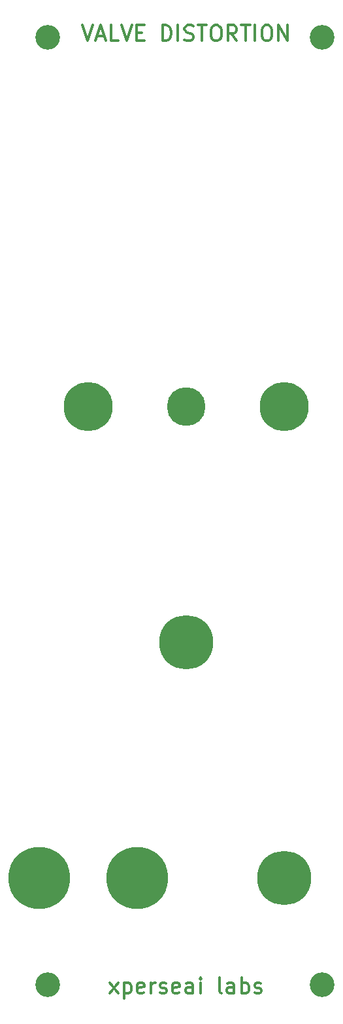
<source format=gbr>
%TF.GenerationSoftware,KiCad,Pcbnew,(6.0.5)*%
%TF.CreationDate,2023-01-21T13:23:26-05:00*%
%TF.ProjectId,valve_distortion,76616c76-655f-4646-9973-746f7274696f,rev?*%
%TF.SameCoordinates,Original*%
%TF.FileFunction,Soldermask,Top*%
%TF.FilePolarity,Negative*%
%FSLAX46Y46*%
G04 Gerber Fmt 4.6, Leading zero omitted, Abs format (unit mm)*
G04 Created by KiCad (PCBNEW (6.0.5)) date 2023-01-21 13:23:26*
%MOMM*%
%LPD*%
G01*
G04 APERTURE LIST*
%ADD10C,0.300000*%
%ADD11C,6.350000*%
%ADD12C,8.000000*%
%ADD13C,3.200000*%
%ADD14C,7.000000*%
%ADD15C,5.000000*%
G04 APERTURE END LIST*
D10*
X63551428Y-40124761D02*
X64218095Y-42124761D01*
X64884761Y-40124761D01*
X65456190Y-41553333D02*
X66408571Y-41553333D01*
X65265714Y-42124761D02*
X65932380Y-40124761D01*
X66599047Y-42124761D01*
X68218095Y-42124761D02*
X67265714Y-42124761D01*
X67265714Y-40124761D01*
X68599047Y-40124761D02*
X69265714Y-42124761D01*
X69932380Y-40124761D01*
X70599047Y-41077142D02*
X71265714Y-41077142D01*
X71551428Y-42124761D02*
X70599047Y-42124761D01*
X70599047Y-40124761D01*
X71551428Y-40124761D01*
X73932380Y-42124761D02*
X73932380Y-40124761D01*
X74408571Y-40124761D01*
X74694285Y-40220000D01*
X74884761Y-40410476D01*
X74980000Y-40600952D01*
X75075238Y-40981904D01*
X75075238Y-41267619D01*
X74980000Y-41648571D01*
X74884761Y-41839047D01*
X74694285Y-42029523D01*
X74408571Y-42124761D01*
X73932380Y-42124761D01*
X75932380Y-42124761D02*
X75932380Y-40124761D01*
X76789523Y-42029523D02*
X77075238Y-42124761D01*
X77551428Y-42124761D01*
X77741904Y-42029523D01*
X77837142Y-41934285D01*
X77932380Y-41743809D01*
X77932380Y-41553333D01*
X77837142Y-41362857D01*
X77741904Y-41267619D01*
X77551428Y-41172380D01*
X77170476Y-41077142D01*
X76980000Y-40981904D01*
X76884761Y-40886666D01*
X76789523Y-40696190D01*
X76789523Y-40505714D01*
X76884761Y-40315238D01*
X76980000Y-40220000D01*
X77170476Y-40124761D01*
X77646666Y-40124761D01*
X77932380Y-40220000D01*
X78503809Y-40124761D02*
X79646666Y-40124761D01*
X79075238Y-42124761D02*
X79075238Y-40124761D01*
X80694285Y-40124761D02*
X81075238Y-40124761D01*
X81265714Y-40220000D01*
X81456190Y-40410476D01*
X81551428Y-40791428D01*
X81551428Y-41458095D01*
X81456190Y-41839047D01*
X81265714Y-42029523D01*
X81075238Y-42124761D01*
X80694285Y-42124761D01*
X80503809Y-42029523D01*
X80313333Y-41839047D01*
X80218095Y-41458095D01*
X80218095Y-40791428D01*
X80313333Y-40410476D01*
X80503809Y-40220000D01*
X80694285Y-40124761D01*
X83551428Y-42124761D02*
X82884761Y-41172380D01*
X82408571Y-42124761D02*
X82408571Y-40124761D01*
X83170476Y-40124761D01*
X83360952Y-40220000D01*
X83456190Y-40315238D01*
X83551428Y-40505714D01*
X83551428Y-40791428D01*
X83456190Y-40981904D01*
X83360952Y-41077142D01*
X83170476Y-41172380D01*
X82408571Y-41172380D01*
X84122857Y-40124761D02*
X85265714Y-40124761D01*
X84694285Y-42124761D02*
X84694285Y-40124761D01*
X85932380Y-42124761D02*
X85932380Y-40124761D01*
X87265714Y-40124761D02*
X87646666Y-40124761D01*
X87837142Y-40220000D01*
X88027619Y-40410476D01*
X88122857Y-40791428D01*
X88122857Y-41458095D01*
X88027619Y-41839047D01*
X87837142Y-42029523D01*
X87646666Y-42124761D01*
X87265714Y-42124761D01*
X87075238Y-42029523D01*
X86884761Y-41839047D01*
X86789523Y-41458095D01*
X86789523Y-40791428D01*
X86884761Y-40410476D01*
X87075238Y-40220000D01*
X87265714Y-40124761D01*
X88980000Y-42124761D02*
X88980000Y-40124761D01*
X90122857Y-42124761D01*
X90122857Y-40124761D01*
X67122857Y-165314761D02*
X68170476Y-163981428D01*
X67122857Y-163981428D02*
X68170476Y-165314761D01*
X68932380Y-163981428D02*
X68932380Y-165981428D01*
X68932380Y-164076666D02*
X69122857Y-163981428D01*
X69503809Y-163981428D01*
X69694285Y-164076666D01*
X69789523Y-164171904D01*
X69884761Y-164362380D01*
X69884761Y-164933809D01*
X69789523Y-165124285D01*
X69694285Y-165219523D01*
X69503809Y-165314761D01*
X69122857Y-165314761D01*
X68932380Y-165219523D01*
X71503809Y-165219523D02*
X71313333Y-165314761D01*
X70932380Y-165314761D01*
X70741904Y-165219523D01*
X70646666Y-165029047D01*
X70646666Y-164267142D01*
X70741904Y-164076666D01*
X70932380Y-163981428D01*
X71313333Y-163981428D01*
X71503809Y-164076666D01*
X71599047Y-164267142D01*
X71599047Y-164457619D01*
X70646666Y-164648095D01*
X72456190Y-165314761D02*
X72456190Y-163981428D01*
X72456190Y-164362380D02*
X72551428Y-164171904D01*
X72646666Y-164076666D01*
X72837142Y-163981428D01*
X73027619Y-163981428D01*
X73599047Y-165219523D02*
X73789523Y-165314761D01*
X74170476Y-165314761D01*
X74360952Y-165219523D01*
X74456190Y-165029047D01*
X74456190Y-164933809D01*
X74360952Y-164743333D01*
X74170476Y-164648095D01*
X73884761Y-164648095D01*
X73694285Y-164552857D01*
X73599047Y-164362380D01*
X73599047Y-164267142D01*
X73694285Y-164076666D01*
X73884761Y-163981428D01*
X74170476Y-163981428D01*
X74360952Y-164076666D01*
X76075238Y-165219523D02*
X75884761Y-165314761D01*
X75503809Y-165314761D01*
X75313333Y-165219523D01*
X75218095Y-165029047D01*
X75218095Y-164267142D01*
X75313333Y-164076666D01*
X75503809Y-163981428D01*
X75884761Y-163981428D01*
X76075238Y-164076666D01*
X76170476Y-164267142D01*
X76170476Y-164457619D01*
X75218095Y-164648095D01*
X77884761Y-165314761D02*
X77884761Y-164267142D01*
X77789523Y-164076666D01*
X77599047Y-163981428D01*
X77218095Y-163981428D01*
X77027619Y-164076666D01*
X77884761Y-165219523D02*
X77694285Y-165314761D01*
X77218095Y-165314761D01*
X77027619Y-165219523D01*
X76932380Y-165029047D01*
X76932380Y-164838571D01*
X77027619Y-164648095D01*
X77218095Y-164552857D01*
X77694285Y-164552857D01*
X77884761Y-164457619D01*
X78837142Y-165314761D02*
X78837142Y-163981428D01*
X78837142Y-163314761D02*
X78741904Y-163410000D01*
X78837142Y-163505238D01*
X78932380Y-163410000D01*
X78837142Y-163314761D01*
X78837142Y-163505238D01*
X81599047Y-165314761D02*
X81408571Y-165219523D01*
X81313333Y-165029047D01*
X81313333Y-163314761D01*
X83218095Y-165314761D02*
X83218095Y-164267142D01*
X83122857Y-164076666D01*
X82932380Y-163981428D01*
X82551428Y-163981428D01*
X82360952Y-164076666D01*
X83218095Y-165219523D02*
X83027619Y-165314761D01*
X82551428Y-165314761D01*
X82360952Y-165219523D01*
X82265714Y-165029047D01*
X82265714Y-164838571D01*
X82360952Y-164648095D01*
X82551428Y-164552857D01*
X83027619Y-164552857D01*
X83218095Y-164457619D01*
X84170476Y-165314761D02*
X84170476Y-163314761D01*
X84170476Y-164076666D02*
X84360952Y-163981428D01*
X84741904Y-163981428D01*
X84932380Y-164076666D01*
X85027619Y-164171904D01*
X85122857Y-164362380D01*
X85122857Y-164933809D01*
X85027619Y-165124285D01*
X84932380Y-165219523D01*
X84741904Y-165314761D01*
X84360952Y-165314761D01*
X84170476Y-165219523D01*
X85884761Y-165219523D02*
X86075238Y-165314761D01*
X86456190Y-165314761D01*
X86646666Y-165219523D01*
X86741904Y-165029047D01*
X86741904Y-164933809D01*
X86646666Y-164743333D01*
X86456190Y-164648095D01*
X86170476Y-164648095D01*
X85980000Y-164552857D01*
X85884761Y-164362380D01*
X85884761Y-164267142D01*
X85980000Y-164076666D01*
X86170476Y-163981428D01*
X86456190Y-163981428D01*
X86646666Y-164076666D01*
D11*
%TO.C,H6*%
X64280000Y-89480000D03*
%TD*%
D12*
%TO.C,H12*%
X70630000Y-150440000D03*
%TD*%
D13*
%TO.C,H3*%
X59080000Y-41680000D03*
%TD*%
D14*
%TO.C,H9*%
X76980000Y-119960000D03*
%TD*%
D15*
%TO.C,H8*%
X76980000Y-89480000D03*
%TD*%
D12*
%TO.C,H11*%
X57930000Y-150440000D03*
%TD*%
D11*
%TO.C,H7*%
X89680000Y-89480000D03*
%TD*%
D13*
%TO.C,H5*%
X94640000Y-164180000D03*
%TD*%
%TO.C,H4*%
X94640000Y-41680000D03*
%TD*%
%TO.C,H2*%
X59080000Y-164180000D03*
%TD*%
D14*
%TO.C,H10*%
X89680000Y-150440000D03*
%TD*%
M02*

</source>
